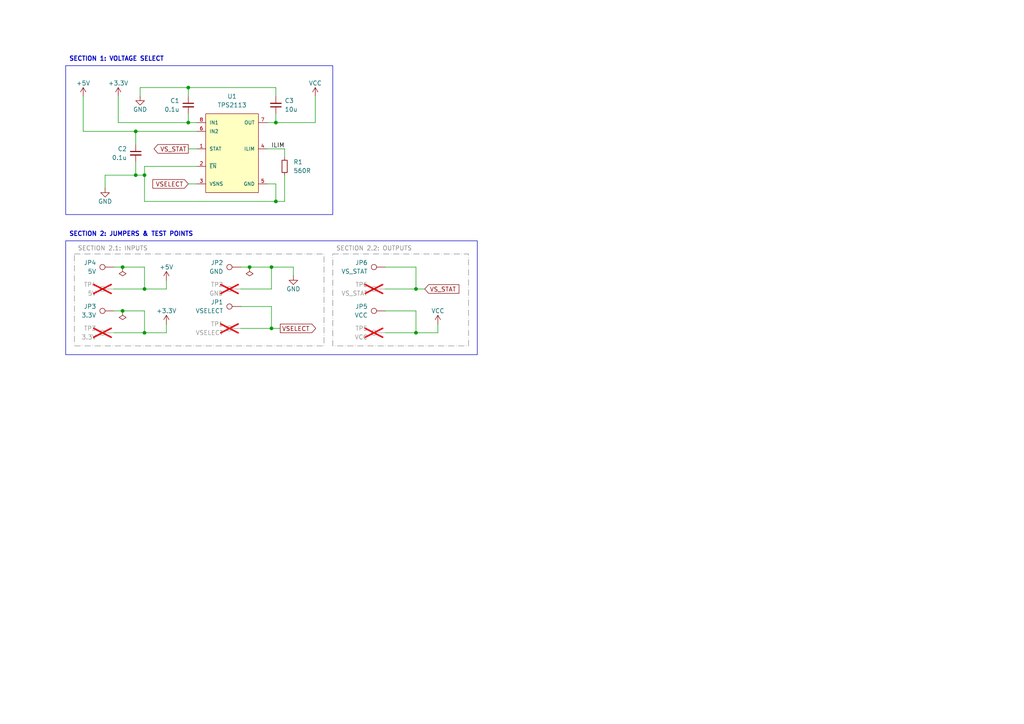
<source format=kicad_sch>
(kicad_sch (version 20231120) (generator "eeschema") (generator_version "8.0")
  (paper "A4")
  (title_block (title "OSCR Automatic Voltage Selection Module (VSELECT)") (date "2024-08-26") (rev "3"))
  (lib_symbols
    (symbol "!OSCRMisc:IC - VSELECT - TPS2113" (pin_names (offset 1.016))
      (property "Reference" "U" (at 7.62 1.27 0))
      (symbol "IC - VSELECT - TPS2113_1_1"
        (rectangle (start 0 0) (end 15.24 -22.86) (fill (type background)))
        (pin passive line (at -2.54 -10.16 0) (length 2.54) (name "STAT") (number "1"))
        (pin input line (at -2.54 -15.24 0) (length 2.54) (name "~{EN}") (number "2"))
        (pin input line (at -2.54 -20.32 0) (length 2.54) (name "VSNS") (number "3"))
        (pin input line (at 17.78 -10.16 180) (length 2.54) (name "ILIM") (number "4"))
        (pin power_in line (at 17.78 -20.32 180) (length 2.54) (name "GND") (number "5"))
        (pin power_in line (at -2.54 -5.08 0) (length 2.54) (name "IN2") (number "6"))
        (pin power_out line (at 17.78 -2.54 180) (length 2.54) (name "OUT") (number "7"))
        (pin power_in line (at -2.54 -2.54 0) (length 2.54) (name "IN1") (number "8"))
        (pin power_in line (at 17.78 -20.32 180) (length 2.54) hide (name "GND") (number "9"))
      )
    )
    (symbol "Connector:TestPoint" (pin_numbers hide) (pin_names (offset 0.762) hide)
      (property "Reference" "TP" (at 0 6.858 0))
      (property "Value" "TestPoint" (at 0 5.08 0))
      (symbol "TestPoint_0_1"
        (circle (center 0 3.302) (radius 0.762))
      )
      (symbol "TestPoint_1_1"
        (pin passive line (at 0 0 90) (length 2.54) (name "1") (number "1"))
      )
    )
    (symbol "Device:C_Small" (pin_numbers hide) (pin_names (offset 0.254) hide)
      (property "Reference" "C" (at 0.254 1.778 0))
      (property "Value" "C_Small" (at 0.254 -2.032 0))
      (symbol "C_Small_0_1"
        (polyline (pts (xy -1.524 -0.508) (xy 1.524 -0.508)) (stroke (width 0.3302)))
        (polyline (pts (xy -1.524 0.508) (xy 1.524 0.508)) (stroke (width 0.3048)))
      )
      (symbol "C_Small_1_1"
        (pin passive line (at 0 2.54 270) (length 2.032) (name "~") (number "1"))
        (pin passive line (at 0 -2.54 90) (length 2.032) (name "~") (number "2"))
      )
    )
    (symbol "Device:R_Small" (pin_numbers hide) (pin_names (offset 0.254) hide)
      (property "Reference" "R" (at 0.762 0.508 0))
      (property "Value" "R_Small" (at 0.762 -1.016 0))
      (symbol "R_Small_0_1"
        (rectangle (start -0.762 1.778) (end 0.762 -1.778) (stroke (width 0.2032)))
      )
      (symbol "R_Small_1_1"
        (pin passive line (at 0 2.54 270) (length 0.762) (name "~") (number "1"))
        (pin passive line (at 0 -2.54 90) (length 0.762) (name "~") (number "2"))
      )
    )
    (symbol "power:+3.3V" (power) (pin_numbers hide) (pin_names (offset 0) hide)
      (property "Value" "+3.3V" (at 0 3.556 0))
      (symbol "+3.3V_0_1"
        (polyline (pts (xy -0.762 1.27) (xy 0 2.54)))
        (polyline (pts (xy 0 0) (xy 0 2.54)))
        (polyline (pts (xy 0 2.54) (xy 0.762 1.27)))
      )
      (symbol "+3.3V_1_1"
        (pin power_in line (at 0 0 90) (length 0) (name "~") (number "1"))
      )
    )
    (symbol "power:+5V" (power) (pin_numbers hide) (pin_names (offset 0) hide)
      (property "Value" "+5V" (at 0 3.556 0))
      (symbol "+5V_0_1"
        (polyline (pts (xy -0.762 1.27) (xy 0 2.54)))
        (polyline (pts (xy 0 0) (xy 0 2.54)))
        (polyline (pts (xy 0 2.54) (xy 0.762 1.27)))
      )
      (symbol "+5V_1_1"
        (pin power_in line (at 0 0 90) (length 0) (name "~") (number "1"))
      )
    )
    (symbol "power:GND" (power) (pin_numbers hide) (pin_names (offset 0) hide)
      (property "Value" "GND" (at 0 -3.81 0))
      (symbol "GND_0_1"
        (polyline (pts (xy 0 0) (xy 0 -1.27) (xy 1.27 -1.27) (xy 0 -2.54) (xy -1.27 -1.27) (xy 0 -1.27)))
      )
      (symbol "GND_1_1"
        (pin power_in line (at 0 0 270) (length 0) (name "~") (number "1"))
      )
    )
    (symbol "power:PWR_FLAG" (power) (pin_numbers hide) (pin_names (offset 0) hide)
      (property "Value" "PWR_FLAG" (at 0 3.81 0))
      (symbol "PWR_FLAG_0_0"
        (pin power_out line (at 0 0 90) (length 0) (name "~") (number "1"))
      )
      (symbol "PWR_FLAG_0_1"
        (polyline (pts (xy 0 0) (xy 0 1.27) (xy -1.016 1.905) (xy 0 2.54) (xy 1.016 1.905) (xy 0 1.27)))
      )
    )
    (symbol "power:VCC" (power) (pin_numbers hide) (pin_names (offset 0) hide)
      (property "Value" "VCC" (at 0 3.556 0))
      (symbol "VCC_0_1"
        (polyline (pts (xy -0.762 1.27) (xy 0 2.54)))
        (polyline (pts (xy 0 0) (xy 0 2.54)))
        (polyline (pts (xy 0 2.54) (xy 0.762 1.27)))
      )
      (symbol "VCC_1_1"
        (pin power_in line (at 0 0 90) (length 0) (name "~") (number "1"))
      )
    )
  )
  (junction (at 72.39 77.47))
  (junction (at 35.56 90.17))
  (junction (at 120.65 83.82))
  (junction (at 80.01 35.56))
  (junction (at 41.91 83.82))
  (junction (at 39.37 38.1))
  (junction (at 54.61 35.56))
  (junction (at 39.37 50.8))
  (junction (at 35.56 77.47))
  (junction (at 41.91 96.52))
  (junction (at 54.61 25.4))
  (junction (at 120.65 96.52))
  (junction (at 78.74 77.47))
  (junction (at 41.91 50.8))
  (junction (at 78.74 95.25))
  (junction (at 80.01 58.42))
  (wire (pts (xy 127 93.98) (xy 127 96.52)))
  (wire (pts (xy 41.91 58.42) (xy 80.01 58.42)))
  (wire (pts (xy 24.13 38.1) (xy 24.13 27.94)))
  (wire (pts (xy 111.76 77.47) (xy 120.65 77.47)))
  (wire (pts (xy 78.74 77.47) (xy 78.74 83.82)))
  (wire (pts (xy 78.74 95.25) (xy 81.28 95.25)))
  (wire (pts (xy 77.47 53.34) (xy 80.01 53.34)))
  (wire (pts (xy 33.02 83.82) (xy 41.91 83.82)))
  (wire (pts (xy 54.61 53.34) (xy 57.15 53.34)))
  (wire (pts (xy 69.85 88.9) (xy 78.74 88.9)))
  (wire (pts (xy 85.09 77.47) (xy 85.09 80.01)))
  (wire (pts (xy 80.01 25.4) (xy 54.61 25.4)))
  (wire (pts (xy 111.76 83.82) (xy 120.65 83.82)))
  (wire (pts (xy 41.91 90.17) (xy 41.91 96.52)))
  (wire (pts (xy 80.01 58.42) (xy 82.55 58.42)))
  (wire (pts (xy 80.01 53.34) (xy 80.01 58.42)))
  (wire (pts (xy 35.56 90.17) (xy 41.91 90.17)))
  (wire (pts (xy 78.74 77.47) (xy 85.09 77.47)))
  (wire (pts (xy 54.61 33.02) (xy 54.61 35.56)))
  (wire (pts (xy 54.61 43.18) (xy 57.15 43.18)))
  (wire (pts (xy 30.48 50.8) (xy 30.48 54.61)))
  (wire (pts (xy 69.85 77.47) (xy 72.39 77.47)))
  (wire (pts (xy 120.65 96.52) (xy 127 96.52)))
  (wire (pts (xy 57.15 38.1) (xy 39.37 38.1)))
  (wire (pts (xy 57.15 48.26) (xy 41.91 48.26)))
  (wire (pts (xy 33.02 77.47) (xy 35.56 77.47)))
  (wire (pts (xy 120.65 77.47) (xy 120.65 83.82)))
  (wire (pts (xy 111.76 90.17) (xy 120.65 90.17)))
  (wire (pts (xy 72.39 77.47) (xy 78.74 77.47)))
  (wire (pts (xy 80.01 33.02) (xy 80.01 35.56)))
  (wire (pts (xy 91.44 27.94) (xy 91.44 35.56)))
  (wire (pts (xy 34.29 27.94) (xy 34.29 35.56)))
  (wire (pts (xy 120.65 83.82) (xy 123.19 83.82)))
  (wire (pts (xy 40.64 27.94) (xy 40.64 25.4)))
  (wire (pts (xy 69.85 95.25) (xy 78.74 95.25)))
  (wire (pts (xy 78.74 88.9) (xy 78.74 95.25)))
  (wire (pts (xy 41.91 83.82) (xy 48.26 83.82)))
  (wire (pts (xy 39.37 38.1) (xy 39.37 41.91)))
  (wire (pts (xy 33.02 90.17) (xy 35.56 90.17)))
  (wire (pts (xy 111.76 96.52) (xy 120.65 96.52)))
  (wire (pts (xy 41.91 96.52) (xy 48.26 96.52)))
  (wire (pts (xy 34.29 35.56) (xy 54.61 35.56)))
  (wire (pts (xy 80.01 35.56) (xy 91.44 35.56)))
  (wire (pts (xy 82.55 50.8) (xy 82.55 58.42)))
  (wire (pts (xy 35.56 77.47) (xy 41.91 77.47)))
  (wire (pts (xy 41.91 50.8) (xy 39.37 50.8)))
  (wire (pts (xy 40.64 25.4) (xy 54.61 25.4)))
  (wire (pts (xy 120.65 90.17) (xy 120.65 96.52)))
  (wire (pts (xy 48.26 93.98) (xy 48.26 96.52)))
  (wire (pts (xy 69.85 83.82) (xy 78.74 83.82)))
  (wire (pts (xy 54.61 35.56) (xy 57.15 35.56)))
  (wire (pts (xy 77.47 35.56) (xy 80.01 35.56)))
  (wire (pts (xy 54.61 25.4) (xy 54.61 27.94)))
  (wire (pts (xy 39.37 38.1) (xy 24.13 38.1)))
  (wire (pts (xy 82.55 43.18) (xy 82.55 45.72)))
  (wire (pts (xy 41.91 77.47) (xy 41.91 83.82)))
  (wire (pts (xy 41.91 58.42) (xy 41.91 50.8)))
  (wire (pts (xy 80.01 27.94) (xy 80.01 25.4)))
  (wire (pts (xy 33.02 96.52) (xy 41.91 96.52)))
  (wire (pts (xy 39.37 50.8) (xy 30.48 50.8)))
  (wire (pts (xy 77.47 43.18) (xy 82.55 43.18)))
  (wire (pts (xy 39.37 46.99) (xy 39.37 50.8)))
  (wire (pts (xy 41.91 50.8) (xy 41.91 48.26)))
  (wire (pts (xy 48.26 81.28) (xy 48.26 83.82)))
  (rectangle (start 21.59 73.66) (end 93.98 100.33) (stroke (width 0) (type dash_dot) (color 132 132 132 1)))
  (rectangle (start 96.52 73.66) (end 135.89 100.33) (stroke (width 0) (type dash_dot) (color 132 132 132 1)))
  (rectangle (start 19.05 69.85) (end 138.43 102.87))
  (rectangle (start 19.05 19.05) (end 96.52 62.23))
  (text_box "SECTION 2: JUMPERS & TEST POINTS" (at 19.05 66.04 0) (size 77.47 3.81) (stroke (width -0.0001)) (effects (font (size 1.27 1.27) (thickness 0.254) (bold yes)) (justify left top)))
  (text_box "SECTION 2.2: OUTPUTS" (at 96.52 71.12 0) (size 39.37 2.54) (stroke (width -0.0001)) (effects (font (size 1.27 1.27)) (justify left bottom)))
  (text_box "SECTION 2.1: INPUTS" (at 21.59 71.12 0) (size 72.39 2.54) (stroke (width -0.0001)) (effects (font (size 1.27 1.27)) (justify left bottom)))
  (text_box "SECTION 1: VOLTAGE SELECT" (at 19.05 15.24 0) (size 77.47 3.81) (stroke (width -0.0001)) (effects (font (size 1.27 1.27) (thickness 0.254) (bold yes)) (justify left top)))
  (label "ILIM" (at 82.55 43.18 180))
  (global_label "VS_STAT" (shape input) (at 123.19 83.82 0) (property "Intersheetrefs" "${INTERSHEET_REFS}" (effects (hide yes))))
  (global_label "VSELECT" (shape output) (at 81.28 95.25 0) (property "Intersheetrefs" "${INTERSHEET_REFS}" (effects (hide yes))))
  (global_label "VS_STAT" (shape output) (at 54.61 43.18 180) (property "Intersheetrefs" "${INTERSHEET_REFS}" (effects (hide yes))))
  (global_label "VSELECT" (shape input) (at 54.61 53.34 180) (property "Intersheetrefs" "${INTERSHEET_REFS}" (effects (hide yes))))
  (symbol (lib_id "Device:C_Small") (at 39.37 44.45 0) (unit 1)
    (property "Reference" "C2" (at 36.83 43.1862 0) (effects (justify right)))
    (property "Value" "0.1u" (at 36.83 45.7262 0) (effects (justify right)))
    (property "Footprint" "Capacitor_SMD:C_0402_1005Metric_Pad0.74x0.62mm_HandSolder" (effects (hide yes)))
    (property "Description" "Unpolarized capacitor, small symbol" (effects (hide yes)))
    (property "JLCPCB" "C1525" (effects (hide yes)))
    (property "Part" "CL05B104KO5NNNC" (effects (hide yes)))
  )
  (symbol (lib_id "power:VCC") (at 127 93.98 0) (unit 1)
    (property "Reference" "#PWR0102" (effects (hide yes)))
    (property "Value" "VCC" (at 127 90.17 0))
    (property "Description" "Power symbol creates a global label with name \"VCC\"" (effects (hide yes)))
  )
  (symbol (lib_id "power:+3.3V") (at 34.29 27.94 0) (unit 1)
    (property "Reference" "#PWR02" (effects (hide yes)))
    (property "Value" "+3.3V" (at 34.29 24.13 0))
    (property "Description" "Power symbol creates a global label with name \"+3.3V\"" (effects (hide yes)))
  )
  (symbol (lib_id "Device:C_Small") (at 80.01 30.48 180) (unit 1)
    (property "Reference" "C3" (at 82.55 29.2035 0) (effects (justify right)))
    (property "Value" "10u" (at 82.55 31.7435 0) (effects (justify right)))
    (property "Footprint" "Capacitor_SMD:C_0402_1005Metric_Pad0.74x0.62mm_HandSolder" (effects (hide yes)))
    (property "Description" "Unpolarized capacitor, small symbol" (effects (hide yes)))
    (property "JLCPCB" "C15525" (effects (hide yes)))
    (property "Part" "CL05A106MQ5NUNC" (effects (hide yes)))
  )
  (symbol (lib_id "Connector:TestPoint") (at 69.85 77.47 90) (unit 1) (in_bom no)
    (property "Reference" "JP2" (at 64.77 76.1999 90) (effects (justify left)))
    (property "Value" "GND" (at 64.77 78.7399 90) (effects (justify left)))
    (property "Footprint" "TestPoint:TestPoint_Pad_2.0x2.0mm" (effects (hide yes)))
    (property "Description" "test point" (effects (hide yes)))
  )
  (symbol (lib_id "!OSCRMisc:IC - VSELECT - TPS2113") (at 59.69 33.02 0) (unit 1)
    (property "Reference" "U1" (at 67.31 27.94 0))
    (property "Value" "TPS2113" (at 67.31 30.48 0))
    (property "Footprint" "!OSCRMisc:IC - VSELECT - TPS2113" (effects (hide yes)))
    (property "Datasheet" "http://www.ti.com/general/docs/lit/getliterature.tsp?genericPartNumber=TPS2113&fileType=pdf" (effects (hide yes)))
    (property "Description" "OR Controller, Source Selector Switch, N-Channel, 2:1" (effects (hide yes)))
    (property "LCSC" "C354512" (effects (hide yes)))
    (property "Part" "Hand/TPS2113APWR (C130052); Machine/TPS2113ADRBR (C354512)" (effects (hide yes)))
  )
  (symbol (lib_id "power:GND") (at 30.48 54.61 0) (unit 1)
    (property "Reference" "#PWR01" (effects (hide yes)))
    (property "Value" "GND" (at 30.48 58.42 0))
    (property "Description" "Power symbol creates a global label with name \"GND\" , ground" (effects (hide yes)))
  )
  (symbol (lib_id "Connector:TestPoint") (at 111.76 83.82 90) (unit 1) (in_bom no) (on_board no) (dnp yes)
    (property "Reference" "TP6" (at 106.68 82.5499 90) (effects (justify left)))
    (property "Value" "VS_STAT" (at 106.68 85.0899 90) (effects (justify left)))
    (property "Footprint" "TestPoint:TestPoint_Pad_2.0x2.0mm" (effects (hide yes)))
  )
  (symbol (lib_id "Connector:TestPoint") (at 111.76 90.17 90) (unit 1) (in_bom no)
    (property "Reference" "JP5" (at 106.68 88.8999 90) (effects (justify left)))
    (property "Value" "VCC" (at 106.68 91.4399 90) (effects (justify left)))
    (property "Footprint" "!OSCRMisc:Header - VSELECT - Switch Pad" (effects (hide yes)))
    (property "Description" "test point" (effects (hide yes)))
  )
  (symbol (lib_id "power:GND") (at 40.64 27.94 0) (unit 1)
    (property "Reference" "#PWR0101" (effects (hide yes)))
    (property "Value" "GND" (at 40.64 31.75 0))
    (property "Description" "Power symbol creates a global label with name \"GND\" , ground" (effects (hide yes)))
  )
  (symbol (lib_id "Connector:TestPoint") (at 69.85 88.9 90) (unit 1) (in_bom no)
    (property "Reference" "JP1" (at 64.77 87.6299 90) (effects (justify left)))
    (property "Value" "VSELECT" (at 64.77 90.1699 90) (effects (justify left)))
    (property "Footprint" "TestPoint:TestPoint_Pad_2.0x2.0mm" (effects (hide yes)))
  )
  (symbol (lib_id "Connector:TestPoint") (at 33.02 96.52 90) (unit 1) (in_bom no) (on_board no) (dnp yes)
    (property "Reference" "TP3" (at 27.94 95.2499 90) (effects (justify left)))
    (property "Value" "3.3V" (at 27.94 97.7899 90) (effects (justify left)))
    (property "Footprint" "TestPoint:TestPoint_Pad_2.0x2.0mm" (effects (hide yes)))
  )
  (symbol (lib_id "Device:R_Small") (at 82.55 48.26 180) (unit 1)
    (property "Reference" "R1" (at 85.09 46.9899 0) (effects (justify right)))
    (property "Value" "560R" (at 85.09 49.5299 0) (effects (justify right)))
    (property "Footprint" "Resistor_SMD:R_0402_1005Metric_Pad0.72x0.64mm_HandSolder" (effects (hide yes)))
    (property "Description" "Resistor, small symbol" (effects (hide yes)))
    (property "JLCPCB" "C25123" (effects (hide yes)))
    (property "Alt Parts" "1.12A/560R (C137858); 0.98A/510R (C25123)" (effects (hide yes)))
    (property "Note" "The closest JLCPCB \"basic part\" is for the 510R" (effects (hide yes)))
  )
  (symbol (lib_id "Connector:TestPoint") (at 111.76 77.47 90) (unit 1) (in_bom no)
    (property "Reference" "JP6" (at 106.68 76.1999 90) (effects (justify left)))
    (property "Value" "VS_STAT" (at 106.68 78.7399 90) (effects (justify left)))
    (property "Footprint" "TestPoint:TestPoint_Pad_2.0x2.0mm" (effects (hide yes)))
  )
  (symbol (lib_id "Connector:TestPoint") (at 33.02 77.47 90) (unit 1) (in_bom no)
    (property "Reference" "JP4" (at 27.94 76.1999 90) (effects (justify left)))
    (property "Value" "5V" (at 27.94 78.7399 90) (effects (justify left)))
    (property "Footprint" "!OSCRMisc:Header - VSELECT - Switch Pad" (effects (hide yes)))
  )
  (symbol (lib_id "power:+5V") (at 48.26 81.28 0) (unit 1)
    (property "Reference" "#PWR0104" (effects (hide yes)))
    (property "Value" "+5V" (at 48.26 77.47 0))
    (property "Description" "Power symbol creates a global label with name \"+5V\"" (effects (hide yes)))
  )
  (symbol (lib_id "Connector:TestPoint") (at 69.85 83.82 90) (unit 1) (in_bom no) (on_board no) (dnp yes)
    (property "Reference" "TP2" (at 64.77 82.5499 90) (effects (justify left)))
    (property "Value" "GND" (at 64.77 85.0899 90) (effects (justify left)))
    (property "Footprint" "TestPoint:TestPoint_Pad_2.0x2.0mm" (effects (hide yes)))
    (property "Description" "test point" (effects (hide yes)))
  )
  (symbol (lib_id "Connector:TestPoint") (at 111.76 96.52 90) (unit 1) (in_bom no) (on_board no) (dnp yes)
    (property "Reference" "TP5" (at 106.68 95.2499 90) (effects (justify left)))
    (property "Value" "VCC" (at 106.68 97.7899 90) (effects (justify left)))
    (property "Footprint" "TestPoint:TestPoint_Pad_2.0x2.0mm" (effects (hide yes)))
    (property "Description" "test point" (effects (hide yes)))
  )
  (symbol (lib_id "Connector:TestPoint") (at 69.85 95.25 90) (unit 1) (in_bom no) (on_board no) (dnp yes)
    (property "Reference" "TP1" (at 64.77 93.9799 90) (effects (justify left)))
    (property "Value" "VSELECT" (at 64.77 96.5199 90) (effects (justify left)))
    (property "Footprint" "TestPoint:TestPoint_Pad_2.0x2.0mm" (effects (hide yes)))
  )
  (symbol (lib_id "Connector:TestPoint") (at 33.02 90.17 90) (unit 1) (in_bom no)
    (property "Reference" "JP3" (at 27.94 88.8999 90) (effects (justify left)))
    (property "Value" "3.3V" (at 27.94 91.4399 90) (effects (justify left)))
    (property "Footprint" "!OSCRMisc:Header - VSELECT - Switch Pad" (effects (hide yes)))
  )
  (symbol (lib_id "power:PWR_FLAG") (at 35.56 77.47 180) (unit 1)
    (property "Reference" "#FLG0101" (effects (hide yes)))
    (property "Value" "PWR_FLAG" (effects (hide yes)))
    (property "Description" "Special symbol for telling ERC where power comes from" (effects (hide yes)))
  )
  (symbol (lib_id "power:VCC") (at 91.44 27.94 0) (unit 1)
    (property "Reference" "#PWR05" (effects (hide yes)))
    (property "Value" "VCC" (at 91.44 24.13 0))
    (property "Description" "Power symbol creates a global label with name \"VCC\"" (effects (hide yes)))
  )
  (symbol (lib_id "power:+3.3V") (at 48.26 93.98 0) (unit 1)
    (property "Reference" "#PWR0103" (effects (hide yes)))
    (property "Value" "+3.3V" (at 48.26 90.17 0))
    (property "Description" "Power symbol creates a global label with name \"+3.3V\"" (effects (hide yes)))
  )
  (symbol (lib_id "Connector:TestPoint") (at 33.02 83.82 90) (unit 1) (in_bom no) (on_board no) (dnp yes)
    (property "Reference" "TP4" (at 27.94 82.5499 90) (effects (justify left)))
    (property "Value" "5V" (at 27.94 85.0899 90) (effects (justify left)))
    (property "Footprint" "TestPoint:TestPoint_Pad_2.0x2.0mm" (effects (hide yes)))
  )
  (symbol (lib_id "Device:C_Small") (at 54.61 30.48 0) (unit 1)
    (property "Reference" "C1" (at 52.07 29.2162 0) (effects (justify right)))
    (property "Value" "0.1u" (at 52.07 31.7562 0) (effects (justify right)))
    (property "Footprint" "Capacitor_SMD:C_0402_1005Metric_Pad0.74x0.62mm_HandSolder" (effects (hide yes)))
    (property "Description" "Unpolarized capacitor, small symbol" (effects (hide yes)))
    (property "JLCPCB" "C1525" (effects (hide yes)))
    (property "Part" "CL05B104KO5NNNC" (effects (hide yes)))
  )
  (symbol (lib_id "power:PWR_FLAG") (at 35.56 90.17 180) (unit 1)
    (property "Reference" "#FLG0102" (effects (hide yes)))
    (property "Value" "PWR_FLAG" (effects (hide yes)))
    (property "Description" "Special symbol for telling ERC where power comes from" (effects (hide yes)))
  )
  (symbol (lib_id "power:PWR_FLAG") (at 72.39 77.47 180) (unit 1)
    (property "Reference" "#FLG0103" (effects (hide yes)))
    (property "Value" "PWR_FLAG" (effects (hide yes)))
    (property "Description" "Special symbol for telling ERC where power comes from" (effects (hide yes)))
  )
  (symbol (lib_id "power:GND") (at 85.09 80.01 0) (unit 1)
    (property "Reference" "#PWR0105" (effects (hide yes)))
    (property "Value" "GND" (at 85.09 83.82 0))
    (property "Description" "Power symbol creates a global label with name \"GND\" , ground" (effects (hide yes)))
  )
  (symbol (lib_id "power:+5V") (at 24.13 27.94 0) (unit 1)
    (property "Reference" "#PWR03" (effects (hide yes)))
    (property "Value" "+5V" (at 24.13 24.13 0))
    (property "Description" "Power symbol creates a global label with name \"+5V\"" (effects (hide yes)))
  )
)
</source>
